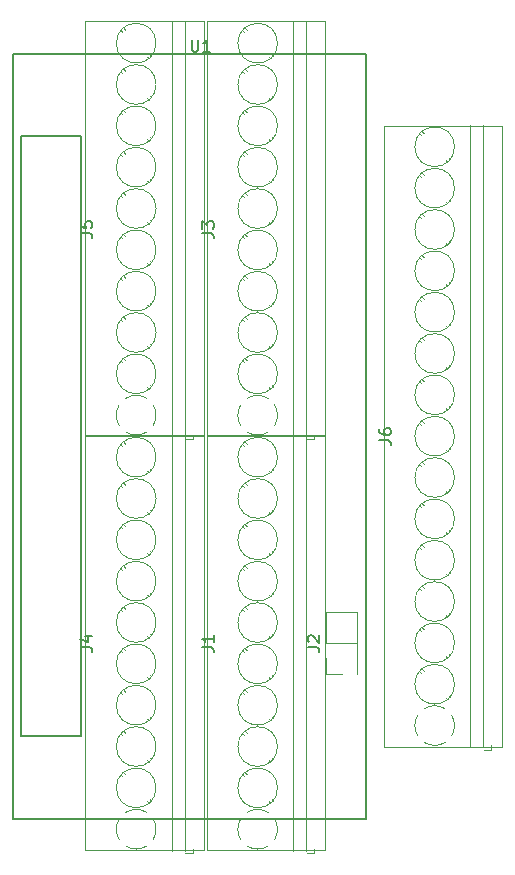
<source format=gto>
G04 #@! TF.GenerationSoftware,KiCad,Pcbnew,(5.0.0)*
G04 #@! TF.CreationDate,2018-10-25T16:10:50+01:00*
G04 #@! TF.ProjectId,Port_Expander,506F72745F457870616E6465722E6B69,rev?*
G04 #@! TF.SameCoordinates,Original*
G04 #@! TF.FileFunction,Legend,Top*
G04 #@! TF.FilePolarity,Positive*
%FSLAX46Y46*%
G04 Gerber Fmt 4.6, Leading zero omitted, Abs format (unit mm)*
G04 Created by KiCad (PCBNEW (5.0.0)) date 10/25/18 16:10:50*
%MOMM*%
%LPD*%
G01*
G04 APERTURE LIST*
%ADD10C,0.120000*%
%ADD11C,0.150000*%
G04 APERTURE END LIST*
D10*
G04 #@! TO.C,J2*
X146491000Y-135315000D02*
X146491000Y-130115000D01*
X146431000Y-135315000D02*
X146491000Y-135315000D01*
X143831000Y-130115000D02*
X146491000Y-130115000D01*
X146431000Y-135315000D02*
X146431000Y-132715000D01*
X146431000Y-132715000D02*
X143831000Y-132715000D01*
X143831000Y-132715000D02*
X143831000Y-130115000D01*
X145161000Y-135315000D02*
X143831000Y-135315000D01*
X143831000Y-135315000D02*
X143831000Y-133985000D01*
D11*
G04 #@! TO.C,U1*
X123063000Y-140589000D02*
X117983000Y-140589000D01*
X123063000Y-89789000D02*
X123063000Y-140589000D01*
X117983000Y-89789000D02*
X123063000Y-89789000D01*
X117983000Y-140589000D02*
X117983000Y-89789000D01*
X147193000Y-147574000D02*
X117348000Y-147574000D01*
X147193000Y-82804000D02*
X147193000Y-147574000D01*
X117348000Y-82804000D02*
X147193000Y-82804000D01*
X117348000Y-147574000D02*
X117348000Y-82804000D01*
D10*
G04 #@! TO.C,J5*
X132562000Y-115461000D02*
X132562000Y-115061000D01*
X131922000Y-115461000D02*
X132562000Y-115461000D01*
X128703000Y-83056000D02*
X128831000Y-83185000D01*
X126487000Y-80841000D02*
X126581000Y-80935000D01*
X128943000Y-82886000D02*
X129036000Y-82980000D01*
X126693000Y-80636000D02*
X126821000Y-80765000D01*
X128703000Y-86556000D02*
X128831000Y-86685000D01*
X126487000Y-84341000D02*
X126581000Y-84435000D01*
X128943000Y-86386000D02*
X129036000Y-86480000D01*
X126693000Y-84136000D02*
X126821000Y-84265000D01*
X128703000Y-90056000D02*
X128831000Y-90185000D01*
X126487000Y-87841000D02*
X126581000Y-87935000D01*
X128943000Y-89886000D02*
X129036000Y-89980000D01*
X126693000Y-87636000D02*
X126821000Y-87765000D01*
X128703000Y-93556000D02*
X128831000Y-93685000D01*
X126487000Y-91341000D02*
X126581000Y-91435000D01*
X128943000Y-93386000D02*
X129036000Y-93480000D01*
X126693000Y-91136000D02*
X126821000Y-91265000D01*
X128703000Y-97056000D02*
X128831000Y-97185000D01*
X126487000Y-94841000D02*
X126581000Y-94935000D01*
X128943000Y-96886000D02*
X129036000Y-96980000D01*
X126693000Y-94636000D02*
X126821000Y-94765000D01*
X128703000Y-100556000D02*
X128831000Y-100685000D01*
X126487000Y-98341000D02*
X126581000Y-98435000D01*
X128943000Y-100386000D02*
X129036000Y-100480000D01*
X126693000Y-98136000D02*
X126821000Y-98265000D01*
X128703000Y-104056000D02*
X128831000Y-104185000D01*
X126487000Y-101841000D02*
X126581000Y-101935000D01*
X128943000Y-103886000D02*
X129036000Y-103980000D01*
X126693000Y-101636000D02*
X126821000Y-101765000D01*
X128703000Y-107556000D02*
X128831000Y-107685000D01*
X126487000Y-105341000D02*
X126581000Y-105435000D01*
X128943000Y-107386000D02*
X129036000Y-107480000D01*
X126693000Y-105136000D02*
X126821000Y-105265000D01*
X128703000Y-111056000D02*
X128831000Y-111185000D01*
X126487000Y-108841000D02*
X126581000Y-108935000D01*
X128943000Y-110886000D02*
X129036000Y-110980000D01*
X126693000Y-108636000D02*
X126821000Y-108765000D01*
X123444000Y-80035400D02*
X133502400Y-80035400D01*
X123444000Y-115189000D02*
X133502400Y-115189000D01*
X133502400Y-115189000D02*
X133502400Y-80069000D01*
X123444000Y-115189000D02*
X123444000Y-80069000D01*
X130762000Y-115221000D02*
X130762000Y-80101000D01*
X131862000Y-115221000D02*
X131862000Y-80101000D01*
X129442000Y-81911000D02*
G75*
G03X129442000Y-81911000I-1680000J0D01*
G01*
X129442000Y-85411000D02*
G75*
G03X129442000Y-85411000I-1680000J0D01*
G01*
X129442000Y-88911000D02*
G75*
G03X129442000Y-88911000I-1680000J0D01*
G01*
X129442000Y-92411000D02*
G75*
G03X129442000Y-92411000I-1680000J0D01*
G01*
X129442000Y-95911000D02*
G75*
G03X129442000Y-95911000I-1680000J0D01*
G01*
X129442000Y-99411000D02*
G75*
G03X129442000Y-99411000I-1680000J0D01*
G01*
X129442000Y-102911000D02*
G75*
G03X129442000Y-102911000I-1680000J0D01*
G01*
X129442000Y-106411000D02*
G75*
G03X129442000Y-106411000I-1680000J0D01*
G01*
X129442000Y-109911000D02*
G75*
G03X129442000Y-109911000I-1680000J0D01*
G01*
X129442099Y-113382326D02*
G75*
G02X129202000Y-114277000I-1680099J-28674D01*
G01*
X128651894Y-114836358D02*
G75*
G02X126896000Y-114851000I-889894J1425358D01*
G01*
X126336642Y-114300894D02*
G75*
G02X126322000Y-112545000I1425358J889894D01*
G01*
X126871807Y-111985495D02*
G75*
G02X128653000Y-111986000I890193J-1425505D01*
G01*
X129186721Y-112520736D02*
G75*
G02X129442000Y-113411000I-1424721J-890264D01*
G01*
G04 #@! TO.C,J4*
X132562000Y-150517000D02*
X132562000Y-150117000D01*
X131922000Y-150517000D02*
X132562000Y-150517000D01*
X128703000Y-118112000D02*
X128831000Y-118241000D01*
X126487000Y-115897000D02*
X126581000Y-115991000D01*
X128943000Y-117942000D02*
X129036000Y-118036000D01*
X126693000Y-115692000D02*
X126821000Y-115821000D01*
X128703000Y-121612000D02*
X128831000Y-121741000D01*
X126487000Y-119397000D02*
X126581000Y-119491000D01*
X128943000Y-121442000D02*
X129036000Y-121536000D01*
X126693000Y-119192000D02*
X126821000Y-119321000D01*
X128703000Y-125112000D02*
X128831000Y-125241000D01*
X126487000Y-122897000D02*
X126581000Y-122991000D01*
X128943000Y-124942000D02*
X129036000Y-125036000D01*
X126693000Y-122692000D02*
X126821000Y-122821000D01*
X128703000Y-128612000D02*
X128831000Y-128741000D01*
X126487000Y-126397000D02*
X126581000Y-126491000D01*
X128943000Y-128442000D02*
X129036000Y-128536000D01*
X126693000Y-126192000D02*
X126821000Y-126321000D01*
X128703000Y-132112000D02*
X128831000Y-132241000D01*
X126487000Y-129897000D02*
X126581000Y-129991000D01*
X128943000Y-131942000D02*
X129036000Y-132036000D01*
X126693000Y-129692000D02*
X126821000Y-129821000D01*
X128703000Y-135612000D02*
X128831000Y-135741000D01*
X126487000Y-133397000D02*
X126581000Y-133491000D01*
X128943000Y-135442000D02*
X129036000Y-135536000D01*
X126693000Y-133192000D02*
X126821000Y-133321000D01*
X128703000Y-139112000D02*
X128831000Y-139241000D01*
X126487000Y-136897000D02*
X126581000Y-136991000D01*
X128943000Y-138942000D02*
X129036000Y-139036000D01*
X126693000Y-136692000D02*
X126821000Y-136821000D01*
X128703000Y-142612000D02*
X128831000Y-142741000D01*
X126487000Y-140397000D02*
X126581000Y-140491000D01*
X128943000Y-142442000D02*
X129036000Y-142536000D01*
X126693000Y-140192000D02*
X126821000Y-140321000D01*
X128703000Y-146112000D02*
X128831000Y-146241000D01*
X126487000Y-143897000D02*
X126581000Y-143991000D01*
X128943000Y-145942000D02*
X129036000Y-146036000D01*
X126693000Y-143692000D02*
X126821000Y-143821000D01*
X123444000Y-115091400D02*
X133502400Y-115091400D01*
X123444000Y-150245000D02*
X133502400Y-150245000D01*
X133502400Y-150245000D02*
X133502400Y-115125000D01*
X123444000Y-150245000D02*
X123444000Y-115125000D01*
X130762000Y-150277000D02*
X130762000Y-115157000D01*
X131862000Y-150277000D02*
X131862000Y-115157000D01*
X129442000Y-116967000D02*
G75*
G03X129442000Y-116967000I-1680000J0D01*
G01*
X129442000Y-120467000D02*
G75*
G03X129442000Y-120467000I-1680000J0D01*
G01*
X129442000Y-123967000D02*
G75*
G03X129442000Y-123967000I-1680000J0D01*
G01*
X129442000Y-127467000D02*
G75*
G03X129442000Y-127467000I-1680000J0D01*
G01*
X129442000Y-130967000D02*
G75*
G03X129442000Y-130967000I-1680000J0D01*
G01*
X129442000Y-134467000D02*
G75*
G03X129442000Y-134467000I-1680000J0D01*
G01*
X129442000Y-137967000D02*
G75*
G03X129442000Y-137967000I-1680000J0D01*
G01*
X129442000Y-141467000D02*
G75*
G03X129442000Y-141467000I-1680000J0D01*
G01*
X129442000Y-144967000D02*
G75*
G03X129442000Y-144967000I-1680000J0D01*
G01*
X129442099Y-148438326D02*
G75*
G02X129202000Y-149333000I-1680099J-28674D01*
G01*
X128651894Y-149892358D02*
G75*
G02X126896000Y-149907000I-889894J1425358D01*
G01*
X126336642Y-149356894D02*
G75*
G02X126322000Y-147601000I1425358J889894D01*
G01*
X126871807Y-147041495D02*
G75*
G02X128653000Y-147042000I890193J-1425505D01*
G01*
X129186721Y-147576736D02*
G75*
G02X129442000Y-148467000I-1424721J-890264D01*
G01*
G04 #@! TO.C,J3*
X142849000Y-115465000D02*
X142849000Y-115065000D01*
X142209000Y-115465000D02*
X142849000Y-115465000D01*
X138990000Y-83060000D02*
X139118000Y-83189000D01*
X136774000Y-80845000D02*
X136868000Y-80939000D01*
X139230000Y-82890000D02*
X139323000Y-82984000D01*
X136980000Y-80640000D02*
X137108000Y-80769000D01*
X138990000Y-86560000D02*
X139118000Y-86689000D01*
X136774000Y-84345000D02*
X136868000Y-84439000D01*
X139230000Y-86390000D02*
X139323000Y-86484000D01*
X136980000Y-84140000D02*
X137108000Y-84269000D01*
X138990000Y-90060000D02*
X139118000Y-90189000D01*
X136774000Y-87845000D02*
X136868000Y-87939000D01*
X139230000Y-89890000D02*
X139323000Y-89984000D01*
X136980000Y-87640000D02*
X137108000Y-87769000D01*
X138990000Y-93560000D02*
X139118000Y-93689000D01*
X136774000Y-91345000D02*
X136868000Y-91439000D01*
X139230000Y-93390000D02*
X139323000Y-93484000D01*
X136980000Y-91140000D02*
X137108000Y-91269000D01*
X138990000Y-97060000D02*
X139118000Y-97189000D01*
X136774000Y-94845000D02*
X136868000Y-94939000D01*
X139230000Y-96890000D02*
X139323000Y-96984000D01*
X136980000Y-94640000D02*
X137108000Y-94769000D01*
X138990000Y-100560000D02*
X139118000Y-100689000D01*
X136774000Y-98345000D02*
X136868000Y-98439000D01*
X139230000Y-100390000D02*
X139323000Y-100484000D01*
X136980000Y-98140000D02*
X137108000Y-98269000D01*
X138990000Y-104060000D02*
X139118000Y-104189000D01*
X136774000Y-101845000D02*
X136868000Y-101939000D01*
X139230000Y-103890000D02*
X139323000Y-103984000D01*
X136980000Y-101640000D02*
X137108000Y-101769000D01*
X138990000Y-107560000D02*
X139118000Y-107689000D01*
X136774000Y-105345000D02*
X136868000Y-105439000D01*
X139230000Y-107390000D02*
X139323000Y-107484000D01*
X136980000Y-105140000D02*
X137108000Y-105269000D01*
X138990000Y-111060000D02*
X139118000Y-111189000D01*
X136774000Y-108845000D02*
X136868000Y-108939000D01*
X139230000Y-110890000D02*
X139323000Y-110984000D01*
X136980000Y-108640000D02*
X137108000Y-108769000D01*
X133731000Y-80039400D02*
X143789400Y-80039400D01*
X133731000Y-115193000D02*
X143789400Y-115193000D01*
X143789400Y-115193000D02*
X143789400Y-80073000D01*
X133731000Y-115193000D02*
X133731000Y-80073000D01*
X141049000Y-115225000D02*
X141049000Y-80105000D01*
X142149000Y-115225000D02*
X142149000Y-80105000D01*
X139729000Y-81915000D02*
G75*
G03X139729000Y-81915000I-1680000J0D01*
G01*
X139729000Y-85415000D02*
G75*
G03X139729000Y-85415000I-1680000J0D01*
G01*
X139729000Y-88915000D02*
G75*
G03X139729000Y-88915000I-1680000J0D01*
G01*
X139729000Y-92415000D02*
G75*
G03X139729000Y-92415000I-1680000J0D01*
G01*
X139729000Y-95915000D02*
G75*
G03X139729000Y-95915000I-1680000J0D01*
G01*
X139729000Y-99415000D02*
G75*
G03X139729000Y-99415000I-1680000J0D01*
G01*
X139729000Y-102915000D02*
G75*
G03X139729000Y-102915000I-1680000J0D01*
G01*
X139729000Y-106415000D02*
G75*
G03X139729000Y-106415000I-1680000J0D01*
G01*
X139729000Y-109915000D02*
G75*
G03X139729000Y-109915000I-1680000J0D01*
G01*
X139729099Y-113386326D02*
G75*
G02X139489000Y-114281000I-1680099J-28674D01*
G01*
X138938894Y-114840358D02*
G75*
G02X137183000Y-114855000I-889894J1425358D01*
G01*
X136623642Y-114304894D02*
G75*
G02X136609000Y-112549000I1425358J889894D01*
G01*
X137158807Y-111989495D02*
G75*
G02X138940000Y-111990000I890193J-1425505D01*
G01*
X139473721Y-112524736D02*
G75*
G02X139729000Y-113415000I-1424721J-890264D01*
G01*
G04 #@! TO.C,J1*
X142849000Y-150517000D02*
X142849000Y-150117000D01*
X142209000Y-150517000D02*
X142849000Y-150517000D01*
X138990000Y-118112000D02*
X139118000Y-118241000D01*
X136774000Y-115897000D02*
X136868000Y-115991000D01*
X139230000Y-117942000D02*
X139323000Y-118036000D01*
X136980000Y-115692000D02*
X137108000Y-115821000D01*
X138990000Y-121612000D02*
X139118000Y-121741000D01*
X136774000Y-119397000D02*
X136868000Y-119491000D01*
X139230000Y-121442000D02*
X139323000Y-121536000D01*
X136980000Y-119192000D02*
X137108000Y-119321000D01*
X138990000Y-125112000D02*
X139118000Y-125241000D01*
X136774000Y-122897000D02*
X136868000Y-122991000D01*
X139230000Y-124942000D02*
X139323000Y-125036000D01*
X136980000Y-122692000D02*
X137108000Y-122821000D01*
X138990000Y-128612000D02*
X139118000Y-128741000D01*
X136774000Y-126397000D02*
X136868000Y-126491000D01*
X139230000Y-128442000D02*
X139323000Y-128536000D01*
X136980000Y-126192000D02*
X137108000Y-126321000D01*
X138990000Y-132112000D02*
X139118000Y-132241000D01*
X136774000Y-129897000D02*
X136868000Y-129991000D01*
X139230000Y-131942000D02*
X139323000Y-132036000D01*
X136980000Y-129692000D02*
X137108000Y-129821000D01*
X138990000Y-135612000D02*
X139118000Y-135741000D01*
X136774000Y-133397000D02*
X136868000Y-133491000D01*
X139230000Y-135442000D02*
X139323000Y-135536000D01*
X136980000Y-133192000D02*
X137108000Y-133321000D01*
X138990000Y-139112000D02*
X139118000Y-139241000D01*
X136774000Y-136897000D02*
X136868000Y-136991000D01*
X139230000Y-138942000D02*
X139323000Y-139036000D01*
X136980000Y-136692000D02*
X137108000Y-136821000D01*
X138990000Y-142612000D02*
X139118000Y-142741000D01*
X136774000Y-140397000D02*
X136868000Y-140491000D01*
X139230000Y-142442000D02*
X139323000Y-142536000D01*
X136980000Y-140192000D02*
X137108000Y-140321000D01*
X138990000Y-146112000D02*
X139118000Y-146241000D01*
X136774000Y-143897000D02*
X136868000Y-143991000D01*
X139230000Y-145942000D02*
X139323000Y-146036000D01*
X136980000Y-143692000D02*
X137108000Y-143821000D01*
X133731000Y-115091400D02*
X143789400Y-115091400D01*
X133731000Y-150245000D02*
X143789400Y-150245000D01*
X143789400Y-150245000D02*
X143789400Y-115125000D01*
X133731000Y-150245000D02*
X133731000Y-115125000D01*
X141049000Y-150277000D02*
X141049000Y-115157000D01*
X142149000Y-150277000D02*
X142149000Y-115157000D01*
X139729000Y-116967000D02*
G75*
G03X139729000Y-116967000I-1680000J0D01*
G01*
X139729000Y-120467000D02*
G75*
G03X139729000Y-120467000I-1680000J0D01*
G01*
X139729000Y-123967000D02*
G75*
G03X139729000Y-123967000I-1680000J0D01*
G01*
X139729000Y-127467000D02*
G75*
G03X139729000Y-127467000I-1680000J0D01*
G01*
X139729000Y-130967000D02*
G75*
G03X139729000Y-130967000I-1680000J0D01*
G01*
X139729000Y-134467000D02*
G75*
G03X139729000Y-134467000I-1680000J0D01*
G01*
X139729000Y-137967000D02*
G75*
G03X139729000Y-137967000I-1680000J0D01*
G01*
X139729000Y-141467000D02*
G75*
G03X139729000Y-141467000I-1680000J0D01*
G01*
X139729000Y-144967000D02*
G75*
G03X139729000Y-144967000I-1680000J0D01*
G01*
X139729099Y-148438326D02*
G75*
G02X139489000Y-149333000I-1680099J-28674D01*
G01*
X138938894Y-149892358D02*
G75*
G02X137183000Y-149907000I-889894J1425358D01*
G01*
X136623642Y-149356894D02*
G75*
G02X136609000Y-147601000I1425358J889894D01*
G01*
X137158807Y-147041495D02*
G75*
G02X138940000Y-147042000I890193J-1425505D01*
G01*
X139473721Y-147576736D02*
G75*
G02X139729000Y-148467000I-1424721J-890264D01*
G01*
G04 #@! TO.C,J6*
X157835000Y-141739000D02*
X157835000Y-141339000D01*
X157195000Y-141739000D02*
X157835000Y-141739000D01*
X153976000Y-91834000D02*
X154104000Y-91963000D01*
X151760000Y-89619000D02*
X151854000Y-89713000D01*
X154216000Y-91664000D02*
X154309000Y-91758000D01*
X151966000Y-89414000D02*
X152094000Y-89543000D01*
X153976000Y-95334000D02*
X154104000Y-95463000D01*
X151760000Y-93119000D02*
X151854000Y-93213000D01*
X154216000Y-95164000D02*
X154309000Y-95258000D01*
X151966000Y-92914000D02*
X152094000Y-93043000D01*
X153976000Y-98834000D02*
X154104000Y-98963000D01*
X151760000Y-96619000D02*
X151854000Y-96713000D01*
X154216000Y-98664000D02*
X154309000Y-98758000D01*
X151966000Y-96414000D02*
X152094000Y-96543000D01*
X153976000Y-102334000D02*
X154104000Y-102463000D01*
X151760000Y-100119000D02*
X151854000Y-100213000D01*
X154216000Y-102164000D02*
X154309000Y-102258000D01*
X151966000Y-99914000D02*
X152094000Y-100043000D01*
X153976000Y-105834000D02*
X154104000Y-105963000D01*
X151760000Y-103619000D02*
X151854000Y-103713000D01*
X154216000Y-105664000D02*
X154309000Y-105758000D01*
X151966000Y-103414000D02*
X152094000Y-103543000D01*
X153976000Y-109334000D02*
X154104000Y-109463000D01*
X151760000Y-107119000D02*
X151854000Y-107213000D01*
X154216000Y-109164000D02*
X154309000Y-109258000D01*
X151966000Y-106914000D02*
X152094000Y-107043000D01*
X153976000Y-112834000D02*
X154104000Y-112963000D01*
X151760000Y-110619000D02*
X151854000Y-110713000D01*
X154216000Y-112664000D02*
X154309000Y-112758000D01*
X151966000Y-110414000D02*
X152094000Y-110543000D01*
X153976000Y-116334000D02*
X154104000Y-116463000D01*
X151760000Y-114119000D02*
X151854000Y-114213000D01*
X154216000Y-116164000D02*
X154309000Y-116258000D01*
X151966000Y-113914000D02*
X152094000Y-114043000D01*
X153976000Y-119834000D02*
X154104000Y-119963000D01*
X151760000Y-117619000D02*
X151854000Y-117713000D01*
X154216000Y-119664000D02*
X154309000Y-119758000D01*
X151966000Y-117414000D02*
X152094000Y-117543000D01*
X153976000Y-123334000D02*
X154104000Y-123463000D01*
X151760000Y-121119000D02*
X151854000Y-121213000D01*
X154216000Y-123164000D02*
X154309000Y-123258000D01*
X151966000Y-120914000D02*
X152094000Y-121043000D01*
X153976000Y-126834000D02*
X154104000Y-126963000D01*
X151760000Y-124619000D02*
X151854000Y-124713000D01*
X154216000Y-126664000D02*
X154309000Y-126758000D01*
X151966000Y-124414000D02*
X152094000Y-124543000D01*
X153976000Y-130334000D02*
X154104000Y-130463000D01*
X151760000Y-128119000D02*
X151854000Y-128213000D01*
X154216000Y-130164000D02*
X154309000Y-130258000D01*
X151966000Y-127914000D02*
X152094000Y-128043000D01*
X153976000Y-133834000D02*
X154104000Y-133963000D01*
X151760000Y-131619000D02*
X151854000Y-131713000D01*
X154216000Y-133664000D02*
X154309000Y-133758000D01*
X151966000Y-131414000D02*
X152094000Y-131543000D01*
X153976000Y-137334000D02*
X154104000Y-137463000D01*
X151760000Y-135119000D02*
X151854000Y-135213000D01*
X154216000Y-137164000D02*
X154309000Y-137258000D01*
X151966000Y-134914000D02*
X152094000Y-135043000D01*
X148717000Y-88889000D02*
X158775400Y-88889000D01*
X148717000Y-141517800D02*
X158775400Y-141517800D01*
X158775400Y-141499000D02*
X158775400Y-88889000D01*
X148717000Y-141499000D02*
X148717000Y-88889000D01*
X156035000Y-141499000D02*
X156035000Y-88879000D01*
X157135000Y-141499000D02*
X157135000Y-88879000D01*
X154715000Y-90689000D02*
G75*
G03X154715000Y-90689000I-1680000J0D01*
G01*
X154715000Y-94189000D02*
G75*
G03X154715000Y-94189000I-1680000J0D01*
G01*
X154715000Y-97689000D02*
G75*
G03X154715000Y-97689000I-1680000J0D01*
G01*
X154715000Y-101189000D02*
G75*
G03X154715000Y-101189000I-1680000J0D01*
G01*
X154715000Y-104689000D02*
G75*
G03X154715000Y-104689000I-1680000J0D01*
G01*
X154715000Y-108189000D02*
G75*
G03X154715000Y-108189000I-1680000J0D01*
G01*
X154715000Y-111689000D02*
G75*
G03X154715000Y-111689000I-1680000J0D01*
G01*
X154715000Y-115189000D02*
G75*
G03X154715000Y-115189000I-1680000J0D01*
G01*
X154715000Y-118689000D02*
G75*
G03X154715000Y-118689000I-1680000J0D01*
G01*
X154715000Y-122189000D02*
G75*
G03X154715000Y-122189000I-1680000J0D01*
G01*
X154715000Y-125689000D02*
G75*
G03X154715000Y-125689000I-1680000J0D01*
G01*
X154715000Y-129189000D02*
G75*
G03X154715000Y-129189000I-1680000J0D01*
G01*
X154715000Y-132689000D02*
G75*
G03X154715000Y-132689000I-1680000J0D01*
G01*
X154715000Y-136189000D02*
G75*
G03X154715000Y-136189000I-1680000J0D01*
G01*
X154715099Y-139660326D02*
G75*
G02X154475000Y-140555000I-1680099J-28674D01*
G01*
X153924894Y-141114358D02*
G75*
G02X152169000Y-141129000I-889894J1425358D01*
G01*
X151609642Y-140578894D02*
G75*
G02X151595000Y-138823000I1425358J889894D01*
G01*
X152144807Y-138263495D02*
G75*
G02X153926000Y-138264000I890193J-1425505D01*
G01*
X154459721Y-138798736D02*
G75*
G02X154715000Y-139689000I-1424721J-890264D01*
G01*
G04 #@! TO.C,J2*
D11*
X142283380Y-133048333D02*
X142997666Y-133048333D01*
X143140523Y-133095952D01*
X143235761Y-133191190D01*
X143283380Y-133334047D01*
X143283380Y-133429285D01*
X142378619Y-132619761D02*
X142331000Y-132572142D01*
X142283380Y-132476904D01*
X142283380Y-132238809D01*
X142331000Y-132143571D01*
X142378619Y-132095952D01*
X142473857Y-132048333D01*
X142569095Y-132048333D01*
X142711952Y-132095952D01*
X143283380Y-132667380D01*
X143283380Y-132048333D01*
G04 #@! TO.C,U1*
X132461095Y-81621380D02*
X132461095Y-82430904D01*
X132508714Y-82526142D01*
X132556333Y-82573761D01*
X132651571Y-82621380D01*
X132842047Y-82621380D01*
X132937285Y-82573761D01*
X132984904Y-82526142D01*
X133032523Y-82430904D01*
X133032523Y-81621380D01*
X134032523Y-82621380D02*
X133461095Y-82621380D01*
X133746809Y-82621380D02*
X133746809Y-81621380D01*
X133651571Y-81764238D01*
X133556333Y-81859476D01*
X133461095Y-81907095D01*
G04 #@! TO.C,J5*
X123054380Y-97994333D02*
X123768666Y-97994333D01*
X123911523Y-98041952D01*
X124006761Y-98137190D01*
X124054380Y-98280047D01*
X124054380Y-98375285D01*
X123054380Y-97041952D02*
X123054380Y-97518142D01*
X123530571Y-97565761D01*
X123482952Y-97518142D01*
X123435333Y-97422904D01*
X123435333Y-97184809D01*
X123482952Y-97089571D01*
X123530571Y-97041952D01*
X123625809Y-96994333D01*
X123863904Y-96994333D01*
X123959142Y-97041952D01*
X124006761Y-97089571D01*
X124054380Y-97184809D01*
X124054380Y-97422904D01*
X124006761Y-97518142D01*
X123959142Y-97565761D01*
G04 #@! TO.C,J4*
X123054380Y-133050333D02*
X123768666Y-133050333D01*
X123911523Y-133097952D01*
X124006761Y-133193190D01*
X124054380Y-133336047D01*
X124054380Y-133431285D01*
X123387714Y-132145571D02*
X124054380Y-132145571D01*
X123006761Y-132383666D02*
X123721047Y-132621761D01*
X123721047Y-132002714D01*
G04 #@! TO.C,J3*
X133341380Y-97998333D02*
X134055666Y-97998333D01*
X134198523Y-98045952D01*
X134293761Y-98141190D01*
X134341380Y-98284047D01*
X134341380Y-98379285D01*
X133341380Y-97617380D02*
X133341380Y-96998333D01*
X133722333Y-97331666D01*
X133722333Y-97188809D01*
X133769952Y-97093571D01*
X133817571Y-97045952D01*
X133912809Y-96998333D01*
X134150904Y-96998333D01*
X134246142Y-97045952D01*
X134293761Y-97093571D01*
X134341380Y-97188809D01*
X134341380Y-97474523D01*
X134293761Y-97569761D01*
X134246142Y-97617380D01*
G04 #@! TO.C,J1*
X133341380Y-133050333D02*
X134055666Y-133050333D01*
X134198523Y-133097952D01*
X134293761Y-133193190D01*
X134341380Y-133336047D01*
X134341380Y-133431285D01*
X134341380Y-132050333D02*
X134341380Y-132621761D01*
X134341380Y-132336047D02*
X133341380Y-132336047D01*
X133484238Y-132431285D01*
X133579476Y-132526523D01*
X133627095Y-132621761D01*
G04 #@! TO.C,J6*
X148327380Y-115522333D02*
X149041666Y-115522333D01*
X149184523Y-115569952D01*
X149279761Y-115665190D01*
X149327380Y-115808047D01*
X149327380Y-115903285D01*
X148327380Y-114617571D02*
X148327380Y-114808047D01*
X148375000Y-114903285D01*
X148422619Y-114950904D01*
X148565476Y-115046142D01*
X148755952Y-115093761D01*
X149136904Y-115093761D01*
X149232142Y-115046142D01*
X149279761Y-114998523D01*
X149327380Y-114903285D01*
X149327380Y-114712809D01*
X149279761Y-114617571D01*
X149232142Y-114569952D01*
X149136904Y-114522333D01*
X148898809Y-114522333D01*
X148803571Y-114569952D01*
X148755952Y-114617571D01*
X148708333Y-114712809D01*
X148708333Y-114903285D01*
X148755952Y-114998523D01*
X148803571Y-115046142D01*
X148898809Y-115093761D01*
G04 #@! TD*
M02*

</source>
